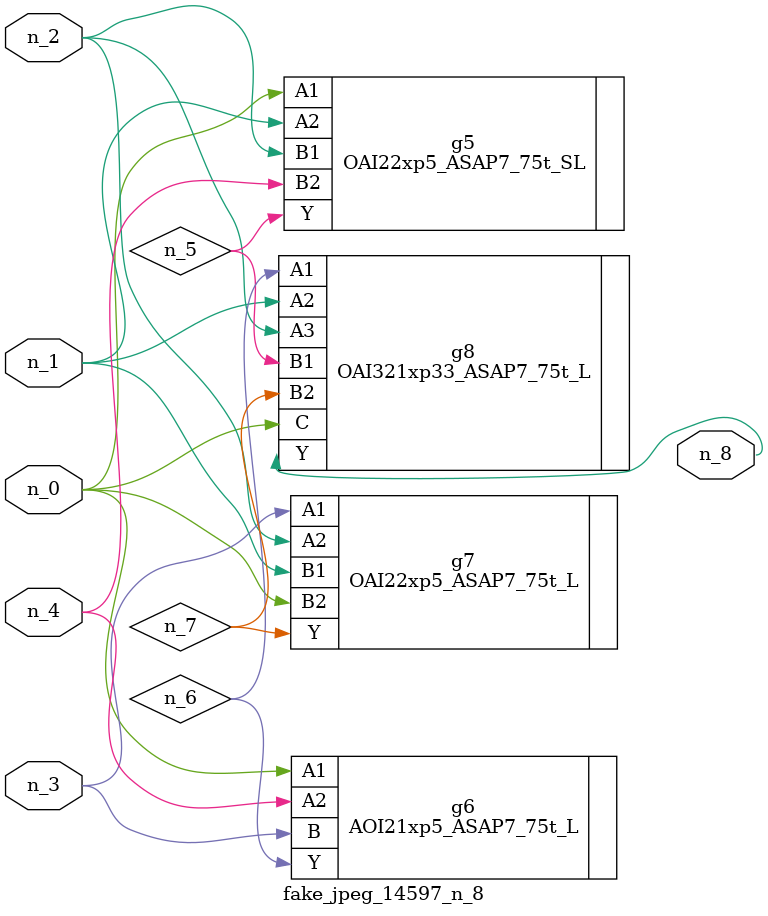
<source format=v>
module fake_jpeg_14597_n_8 (n_3, n_2, n_1, n_0, n_4, n_8);

input n_3;
input n_2;
input n_1;
input n_0;
input n_4;

output n_8;

wire n_6;
wire n_5;
wire n_7;

OAI22xp5_ASAP7_75t_SL g5 ( 
.A1(n_0),
.A2(n_1),
.B1(n_2),
.B2(n_4),
.Y(n_5)
);

AOI21xp5_ASAP7_75t_L g6 ( 
.A1(n_0),
.A2(n_4),
.B(n_3),
.Y(n_6)
);

OAI22xp5_ASAP7_75t_L g7 ( 
.A1(n_3),
.A2(n_2),
.B1(n_1),
.B2(n_0),
.Y(n_7)
);

OAI321xp33_ASAP7_75t_L g8 ( 
.A1(n_6),
.A2(n_1),
.A3(n_2),
.B1(n_5),
.B2(n_7),
.C(n_0),
.Y(n_8)
);


endmodule
</source>
